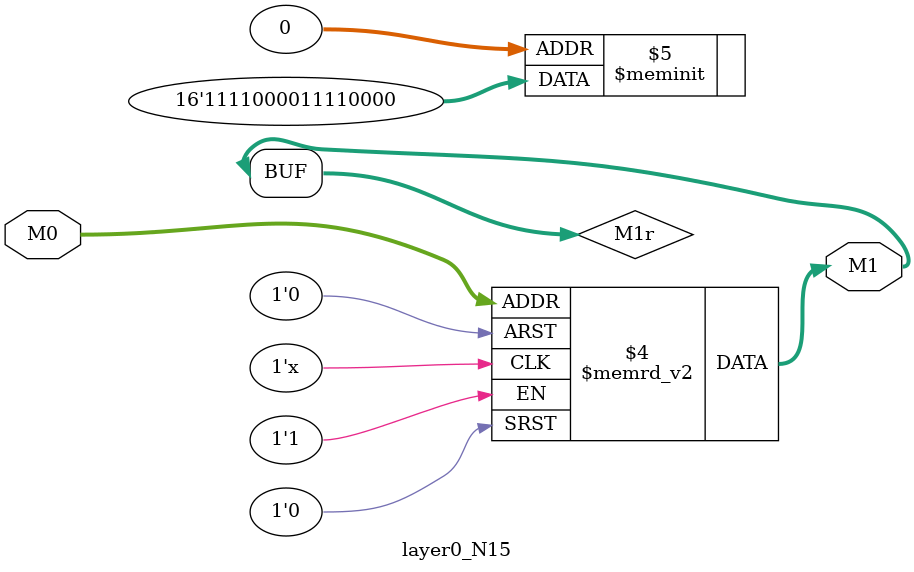
<source format=v>
module layer0_N15 ( input [2:0] M0, output [1:0] M1 );

	(*rom_style = "distributed" *) reg [1:0] M1r;
	assign M1 = M1r;
	always @ (M0) begin
		case (M0)
			3'b000: M1r = 2'b00;
			3'b100: M1r = 2'b00;
			3'b010: M1r = 2'b11;
			3'b110: M1r = 2'b11;
			3'b001: M1r = 2'b00;
			3'b101: M1r = 2'b00;
			3'b011: M1r = 2'b11;
			3'b111: M1r = 2'b11;

		endcase
	end
endmodule

</source>
